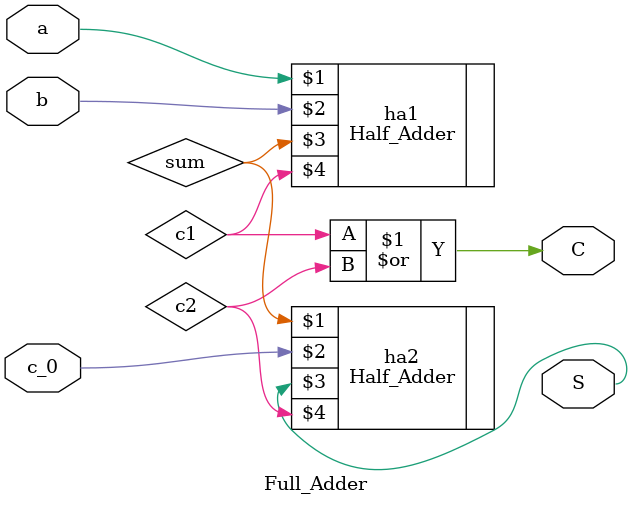
<source format=v>
`timescale 1ns / 1ps
module Full_Adder(
	 input a,
    input b,
    input c_0,
    output S,
    output C
);

    /*         Inputs:                      Outputs:
    *   a = 0, b = 0, c_0 = 0     sum = 0, c = 0
    *   a = 0, b = 0, c_0 = 1     sum = 1, c = 0
    *   a = 0, b = 1, c_0 = 0     sum = 1, c = 0
    *   a = 0, b = 1, c_0 = 1     sum = 0, c = 1
    *   a = 1, b = 0, c_0 = 0     sum = 1, c = 0
    *   a = 1, b = 0, c_0 = 1     sum = 0, c = 1
    *   a = 1, b = 1, c_0 = 0     sum = 0, c = 1
    *   a = 1, b = 1, c_0 = 1     sum = 1, c = 1
    */

	wire c1, c2, sum;
	Half_Adder ha1(a, b, sum, c1);
	Half_Adder ha2(sum, c_0, S, c2);
	or or1(C, c1, c2);
endmodule

</source>
